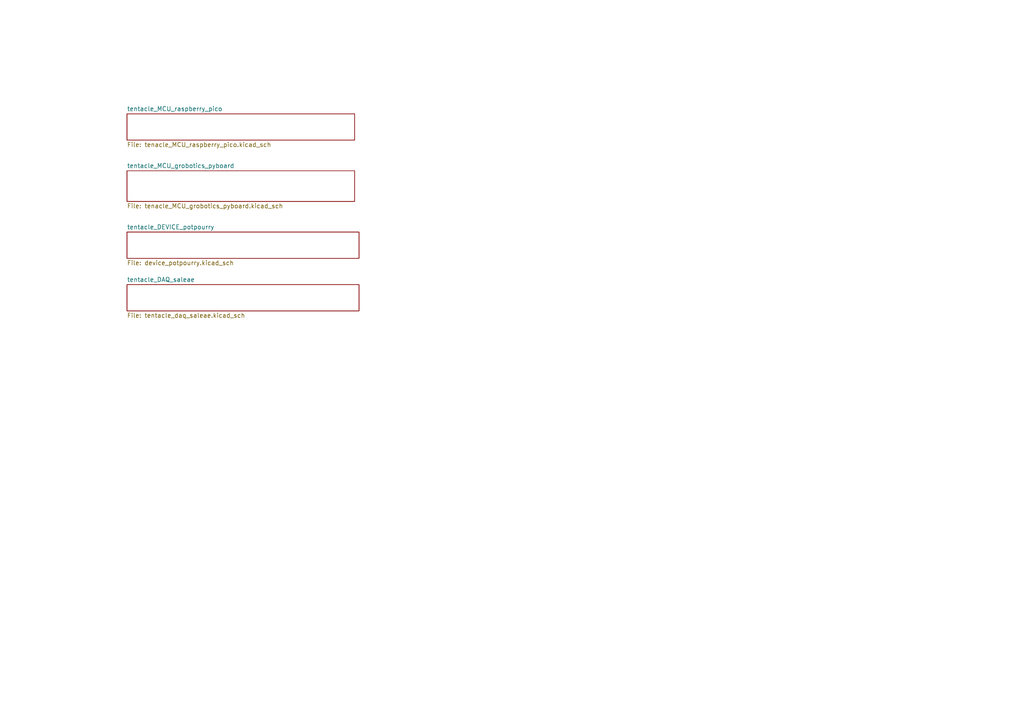
<source format=kicad_sch>
(kicad_sch
	(version 20231120)
	(generator "eeschema")
	(generator_version "8.0")
	(uuid "188054c4-74b7-429a-b3f5-c6f3151e27de")
	(paper "A4")
	(title_block
		(title "Octoprobe: Infrastructure Tutorial")
		(date "2024-07-16")
		(company "Hans Märki, Märki Informatik")
		(comment 1 "The MIT License (MIT)")
	)
	(lib_symbols)
	(sheet
		(at 36.83 82.55)
		(size 67.31 7.62)
		(fields_autoplaced yes)
		(stroke
			(width 0.1524)
			(type solid)
		)
		(fill
			(color 0 0 0 0.0000)
		)
		(uuid "2c4ba952-55c5-4e16-806b-8dc205881760")
		(property "Sheetname" "tentacle_DAQ_saleae"
			(at 36.83 81.8384 0)
			(effects
				(font
					(size 1.27 1.27)
				)
				(justify left bottom)
			)
		)
		(property "Sheetfile" "tentacle_daq_saleae.kicad_sch"
			(at 36.83 90.7546 0)
			(effects
				(font
					(size 1.27 1.27)
				)
				(justify left top)
			)
		)
		(instances
			(project "infrastructure"
				(path "/188054c4-74b7-429a-b3f5-c6f3151e27de"
					(page "5")
				)
			)
		)
	)
	(sheet
		(at 36.83 33.02)
		(size 66.04 7.62)
		(fields_autoplaced yes)
		(stroke
			(width 0.1524)
			(type solid)
		)
		(fill
			(color 0 0 0 0.0000)
		)
		(uuid "8349ec44-9db3-4e5f-885e-2d604c3fdea6")
		(property "Sheetname" "tentacle_MCU_raspberry_pico"
			(at 36.83 32.3084 0)
			(effects
				(font
					(size 1.27 1.27)
				)
				(justify left bottom)
			)
		)
		(property "Sheetfile" "tenacle_MCU_raspberry_pico.kicad_sch"
			(at 36.83 41.2246 0)
			(effects
				(font
					(size 1.27 1.27)
				)
				(justify left top)
			)
		)
		(instances
			(project "infrastructure"
				(path "/188054c4-74b7-429a-b3f5-c6f3151e27de"
					(page "2")
				)
			)
		)
	)
	(sheet
		(at 36.83 49.53)
		(size 66.04 8.89)
		(fields_autoplaced yes)
		(stroke
			(width 0.1524)
			(type solid)
		)
		(fill
			(color 0 0 0 0.0000)
		)
		(uuid "a196d1ad-2a7e-47a3-8a53-65ea8ad08c90")
		(property "Sheetname" "tentacle_MCU_grobotics_pyboard"
			(at 36.83 48.8184 0)
			(effects
				(font
					(size 1.27 1.27)
				)
				(justify left bottom)
			)
		)
		(property "Sheetfile" "tenacle_MCU_grobotics_pyboard.kicad_sch"
			(at 36.83 59.0046 0)
			(effects
				(font
					(size 1.27 1.27)
				)
				(justify left top)
			)
		)
		(instances
			(project "infrastructure"
				(path "/188054c4-74b7-429a-b3f5-c6f3151e27de"
					(page "3")
				)
			)
		)
	)
	(sheet
		(at 36.83 67.31)
		(size 67.31 7.62)
		(fields_autoplaced yes)
		(stroke
			(width 0.1524)
			(type solid)
		)
		(fill
			(color 0 0 0 0.0000)
		)
		(uuid "b7d8ead7-fd61-4ff1-b415-403502d5b75c")
		(property "Sheetname" "tentacle_DEVICE_potpourry"
			(at 36.83 66.5984 0)
			(effects
				(font
					(size 1.27 1.27)
				)
				(justify left bottom)
			)
		)
		(property "Sheetfile" "device_potpourry.kicad_sch"
			(at 36.83 75.5146 0)
			(effects
				(font
					(size 1.27 1.27)
				)
				(justify left top)
			)
		)
		(instances
			(project "infrastructure"
				(path "/188054c4-74b7-429a-b3f5-c6f3151e27de"
					(page "4")
				)
			)
		)
	)
	(sheet_instances
		(path "/"
			(page "1")
		)
	)
)

</source>
